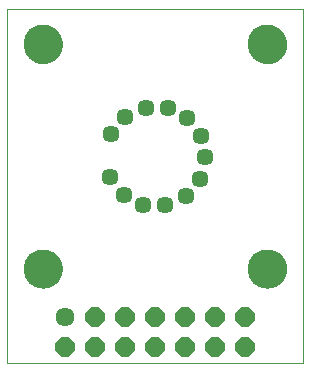
<source format=gts>
G75*
%MOIN*%
%OFA0B0*%
%FSLAX25Y25*%
%IPPOS*%
%LPD*%
%AMOC8*
5,1,8,0,0,1.08239X$1,22.5*
%
%ADD10C,0.00000*%
%ADD11C,0.12998*%
%ADD12C,0.06337*%
%ADD13OC8,0.06337*%
%ADD14C,0.05707*%
D10*
X0001000Y0010264D02*
X0001000Y0128374D01*
X0099425Y0128374D01*
X0099425Y0010264D01*
X0001000Y0010264D01*
X0006512Y0041760D02*
X0006514Y0041918D01*
X0006520Y0042076D01*
X0006530Y0042234D01*
X0006544Y0042392D01*
X0006562Y0042549D01*
X0006583Y0042706D01*
X0006609Y0042862D01*
X0006639Y0043018D01*
X0006672Y0043173D01*
X0006710Y0043326D01*
X0006751Y0043479D01*
X0006796Y0043631D01*
X0006845Y0043782D01*
X0006898Y0043931D01*
X0006954Y0044079D01*
X0007014Y0044225D01*
X0007078Y0044370D01*
X0007146Y0044513D01*
X0007217Y0044655D01*
X0007291Y0044795D01*
X0007369Y0044932D01*
X0007451Y0045068D01*
X0007535Y0045202D01*
X0007624Y0045333D01*
X0007715Y0045462D01*
X0007810Y0045589D01*
X0007907Y0045714D01*
X0008008Y0045836D01*
X0008112Y0045955D01*
X0008219Y0046072D01*
X0008329Y0046186D01*
X0008442Y0046297D01*
X0008557Y0046406D01*
X0008675Y0046511D01*
X0008796Y0046613D01*
X0008919Y0046713D01*
X0009045Y0046809D01*
X0009173Y0046902D01*
X0009303Y0046992D01*
X0009436Y0047078D01*
X0009571Y0047162D01*
X0009707Y0047241D01*
X0009846Y0047318D01*
X0009987Y0047390D01*
X0010129Y0047460D01*
X0010273Y0047525D01*
X0010419Y0047587D01*
X0010566Y0047645D01*
X0010715Y0047700D01*
X0010865Y0047751D01*
X0011016Y0047798D01*
X0011168Y0047841D01*
X0011321Y0047880D01*
X0011476Y0047916D01*
X0011631Y0047947D01*
X0011787Y0047975D01*
X0011943Y0047999D01*
X0012100Y0048019D01*
X0012258Y0048035D01*
X0012415Y0048047D01*
X0012574Y0048055D01*
X0012732Y0048059D01*
X0012890Y0048059D01*
X0013048Y0048055D01*
X0013207Y0048047D01*
X0013364Y0048035D01*
X0013522Y0048019D01*
X0013679Y0047999D01*
X0013835Y0047975D01*
X0013991Y0047947D01*
X0014146Y0047916D01*
X0014301Y0047880D01*
X0014454Y0047841D01*
X0014606Y0047798D01*
X0014757Y0047751D01*
X0014907Y0047700D01*
X0015056Y0047645D01*
X0015203Y0047587D01*
X0015349Y0047525D01*
X0015493Y0047460D01*
X0015635Y0047390D01*
X0015776Y0047318D01*
X0015915Y0047241D01*
X0016051Y0047162D01*
X0016186Y0047078D01*
X0016319Y0046992D01*
X0016449Y0046902D01*
X0016577Y0046809D01*
X0016703Y0046713D01*
X0016826Y0046613D01*
X0016947Y0046511D01*
X0017065Y0046406D01*
X0017180Y0046297D01*
X0017293Y0046186D01*
X0017403Y0046072D01*
X0017510Y0045955D01*
X0017614Y0045836D01*
X0017715Y0045714D01*
X0017812Y0045589D01*
X0017907Y0045462D01*
X0017998Y0045333D01*
X0018087Y0045202D01*
X0018171Y0045068D01*
X0018253Y0044932D01*
X0018331Y0044795D01*
X0018405Y0044655D01*
X0018476Y0044513D01*
X0018544Y0044370D01*
X0018608Y0044225D01*
X0018668Y0044079D01*
X0018724Y0043931D01*
X0018777Y0043782D01*
X0018826Y0043631D01*
X0018871Y0043479D01*
X0018912Y0043326D01*
X0018950Y0043173D01*
X0018983Y0043018D01*
X0019013Y0042862D01*
X0019039Y0042706D01*
X0019060Y0042549D01*
X0019078Y0042392D01*
X0019092Y0042234D01*
X0019102Y0042076D01*
X0019108Y0041918D01*
X0019110Y0041760D01*
X0019108Y0041602D01*
X0019102Y0041444D01*
X0019092Y0041286D01*
X0019078Y0041128D01*
X0019060Y0040971D01*
X0019039Y0040814D01*
X0019013Y0040658D01*
X0018983Y0040502D01*
X0018950Y0040347D01*
X0018912Y0040194D01*
X0018871Y0040041D01*
X0018826Y0039889D01*
X0018777Y0039738D01*
X0018724Y0039589D01*
X0018668Y0039441D01*
X0018608Y0039295D01*
X0018544Y0039150D01*
X0018476Y0039007D01*
X0018405Y0038865D01*
X0018331Y0038725D01*
X0018253Y0038588D01*
X0018171Y0038452D01*
X0018087Y0038318D01*
X0017998Y0038187D01*
X0017907Y0038058D01*
X0017812Y0037931D01*
X0017715Y0037806D01*
X0017614Y0037684D01*
X0017510Y0037565D01*
X0017403Y0037448D01*
X0017293Y0037334D01*
X0017180Y0037223D01*
X0017065Y0037114D01*
X0016947Y0037009D01*
X0016826Y0036907D01*
X0016703Y0036807D01*
X0016577Y0036711D01*
X0016449Y0036618D01*
X0016319Y0036528D01*
X0016186Y0036442D01*
X0016051Y0036358D01*
X0015915Y0036279D01*
X0015776Y0036202D01*
X0015635Y0036130D01*
X0015493Y0036060D01*
X0015349Y0035995D01*
X0015203Y0035933D01*
X0015056Y0035875D01*
X0014907Y0035820D01*
X0014757Y0035769D01*
X0014606Y0035722D01*
X0014454Y0035679D01*
X0014301Y0035640D01*
X0014146Y0035604D01*
X0013991Y0035573D01*
X0013835Y0035545D01*
X0013679Y0035521D01*
X0013522Y0035501D01*
X0013364Y0035485D01*
X0013207Y0035473D01*
X0013048Y0035465D01*
X0012890Y0035461D01*
X0012732Y0035461D01*
X0012574Y0035465D01*
X0012415Y0035473D01*
X0012258Y0035485D01*
X0012100Y0035501D01*
X0011943Y0035521D01*
X0011787Y0035545D01*
X0011631Y0035573D01*
X0011476Y0035604D01*
X0011321Y0035640D01*
X0011168Y0035679D01*
X0011016Y0035722D01*
X0010865Y0035769D01*
X0010715Y0035820D01*
X0010566Y0035875D01*
X0010419Y0035933D01*
X0010273Y0035995D01*
X0010129Y0036060D01*
X0009987Y0036130D01*
X0009846Y0036202D01*
X0009707Y0036279D01*
X0009571Y0036358D01*
X0009436Y0036442D01*
X0009303Y0036528D01*
X0009173Y0036618D01*
X0009045Y0036711D01*
X0008919Y0036807D01*
X0008796Y0036907D01*
X0008675Y0037009D01*
X0008557Y0037114D01*
X0008442Y0037223D01*
X0008329Y0037334D01*
X0008219Y0037448D01*
X0008112Y0037565D01*
X0008008Y0037684D01*
X0007907Y0037806D01*
X0007810Y0037931D01*
X0007715Y0038058D01*
X0007624Y0038187D01*
X0007535Y0038318D01*
X0007451Y0038452D01*
X0007369Y0038588D01*
X0007291Y0038725D01*
X0007217Y0038865D01*
X0007146Y0039007D01*
X0007078Y0039150D01*
X0007014Y0039295D01*
X0006954Y0039441D01*
X0006898Y0039589D01*
X0006845Y0039738D01*
X0006796Y0039889D01*
X0006751Y0040041D01*
X0006710Y0040194D01*
X0006672Y0040347D01*
X0006639Y0040502D01*
X0006609Y0040658D01*
X0006583Y0040814D01*
X0006562Y0040971D01*
X0006544Y0041128D01*
X0006530Y0041286D01*
X0006520Y0041444D01*
X0006514Y0041602D01*
X0006512Y0041760D01*
X0006512Y0116563D02*
X0006514Y0116721D01*
X0006520Y0116879D01*
X0006530Y0117037D01*
X0006544Y0117195D01*
X0006562Y0117352D01*
X0006583Y0117509D01*
X0006609Y0117665D01*
X0006639Y0117821D01*
X0006672Y0117976D01*
X0006710Y0118129D01*
X0006751Y0118282D01*
X0006796Y0118434D01*
X0006845Y0118585D01*
X0006898Y0118734D01*
X0006954Y0118882D01*
X0007014Y0119028D01*
X0007078Y0119173D01*
X0007146Y0119316D01*
X0007217Y0119458D01*
X0007291Y0119598D01*
X0007369Y0119735D01*
X0007451Y0119871D01*
X0007535Y0120005D01*
X0007624Y0120136D01*
X0007715Y0120265D01*
X0007810Y0120392D01*
X0007907Y0120517D01*
X0008008Y0120639D01*
X0008112Y0120758D01*
X0008219Y0120875D01*
X0008329Y0120989D01*
X0008442Y0121100D01*
X0008557Y0121209D01*
X0008675Y0121314D01*
X0008796Y0121416D01*
X0008919Y0121516D01*
X0009045Y0121612D01*
X0009173Y0121705D01*
X0009303Y0121795D01*
X0009436Y0121881D01*
X0009571Y0121965D01*
X0009707Y0122044D01*
X0009846Y0122121D01*
X0009987Y0122193D01*
X0010129Y0122263D01*
X0010273Y0122328D01*
X0010419Y0122390D01*
X0010566Y0122448D01*
X0010715Y0122503D01*
X0010865Y0122554D01*
X0011016Y0122601D01*
X0011168Y0122644D01*
X0011321Y0122683D01*
X0011476Y0122719D01*
X0011631Y0122750D01*
X0011787Y0122778D01*
X0011943Y0122802D01*
X0012100Y0122822D01*
X0012258Y0122838D01*
X0012415Y0122850D01*
X0012574Y0122858D01*
X0012732Y0122862D01*
X0012890Y0122862D01*
X0013048Y0122858D01*
X0013207Y0122850D01*
X0013364Y0122838D01*
X0013522Y0122822D01*
X0013679Y0122802D01*
X0013835Y0122778D01*
X0013991Y0122750D01*
X0014146Y0122719D01*
X0014301Y0122683D01*
X0014454Y0122644D01*
X0014606Y0122601D01*
X0014757Y0122554D01*
X0014907Y0122503D01*
X0015056Y0122448D01*
X0015203Y0122390D01*
X0015349Y0122328D01*
X0015493Y0122263D01*
X0015635Y0122193D01*
X0015776Y0122121D01*
X0015915Y0122044D01*
X0016051Y0121965D01*
X0016186Y0121881D01*
X0016319Y0121795D01*
X0016449Y0121705D01*
X0016577Y0121612D01*
X0016703Y0121516D01*
X0016826Y0121416D01*
X0016947Y0121314D01*
X0017065Y0121209D01*
X0017180Y0121100D01*
X0017293Y0120989D01*
X0017403Y0120875D01*
X0017510Y0120758D01*
X0017614Y0120639D01*
X0017715Y0120517D01*
X0017812Y0120392D01*
X0017907Y0120265D01*
X0017998Y0120136D01*
X0018087Y0120005D01*
X0018171Y0119871D01*
X0018253Y0119735D01*
X0018331Y0119598D01*
X0018405Y0119458D01*
X0018476Y0119316D01*
X0018544Y0119173D01*
X0018608Y0119028D01*
X0018668Y0118882D01*
X0018724Y0118734D01*
X0018777Y0118585D01*
X0018826Y0118434D01*
X0018871Y0118282D01*
X0018912Y0118129D01*
X0018950Y0117976D01*
X0018983Y0117821D01*
X0019013Y0117665D01*
X0019039Y0117509D01*
X0019060Y0117352D01*
X0019078Y0117195D01*
X0019092Y0117037D01*
X0019102Y0116879D01*
X0019108Y0116721D01*
X0019110Y0116563D01*
X0019108Y0116405D01*
X0019102Y0116247D01*
X0019092Y0116089D01*
X0019078Y0115931D01*
X0019060Y0115774D01*
X0019039Y0115617D01*
X0019013Y0115461D01*
X0018983Y0115305D01*
X0018950Y0115150D01*
X0018912Y0114997D01*
X0018871Y0114844D01*
X0018826Y0114692D01*
X0018777Y0114541D01*
X0018724Y0114392D01*
X0018668Y0114244D01*
X0018608Y0114098D01*
X0018544Y0113953D01*
X0018476Y0113810D01*
X0018405Y0113668D01*
X0018331Y0113528D01*
X0018253Y0113391D01*
X0018171Y0113255D01*
X0018087Y0113121D01*
X0017998Y0112990D01*
X0017907Y0112861D01*
X0017812Y0112734D01*
X0017715Y0112609D01*
X0017614Y0112487D01*
X0017510Y0112368D01*
X0017403Y0112251D01*
X0017293Y0112137D01*
X0017180Y0112026D01*
X0017065Y0111917D01*
X0016947Y0111812D01*
X0016826Y0111710D01*
X0016703Y0111610D01*
X0016577Y0111514D01*
X0016449Y0111421D01*
X0016319Y0111331D01*
X0016186Y0111245D01*
X0016051Y0111161D01*
X0015915Y0111082D01*
X0015776Y0111005D01*
X0015635Y0110933D01*
X0015493Y0110863D01*
X0015349Y0110798D01*
X0015203Y0110736D01*
X0015056Y0110678D01*
X0014907Y0110623D01*
X0014757Y0110572D01*
X0014606Y0110525D01*
X0014454Y0110482D01*
X0014301Y0110443D01*
X0014146Y0110407D01*
X0013991Y0110376D01*
X0013835Y0110348D01*
X0013679Y0110324D01*
X0013522Y0110304D01*
X0013364Y0110288D01*
X0013207Y0110276D01*
X0013048Y0110268D01*
X0012890Y0110264D01*
X0012732Y0110264D01*
X0012574Y0110268D01*
X0012415Y0110276D01*
X0012258Y0110288D01*
X0012100Y0110304D01*
X0011943Y0110324D01*
X0011787Y0110348D01*
X0011631Y0110376D01*
X0011476Y0110407D01*
X0011321Y0110443D01*
X0011168Y0110482D01*
X0011016Y0110525D01*
X0010865Y0110572D01*
X0010715Y0110623D01*
X0010566Y0110678D01*
X0010419Y0110736D01*
X0010273Y0110798D01*
X0010129Y0110863D01*
X0009987Y0110933D01*
X0009846Y0111005D01*
X0009707Y0111082D01*
X0009571Y0111161D01*
X0009436Y0111245D01*
X0009303Y0111331D01*
X0009173Y0111421D01*
X0009045Y0111514D01*
X0008919Y0111610D01*
X0008796Y0111710D01*
X0008675Y0111812D01*
X0008557Y0111917D01*
X0008442Y0112026D01*
X0008329Y0112137D01*
X0008219Y0112251D01*
X0008112Y0112368D01*
X0008008Y0112487D01*
X0007907Y0112609D01*
X0007810Y0112734D01*
X0007715Y0112861D01*
X0007624Y0112990D01*
X0007535Y0113121D01*
X0007451Y0113255D01*
X0007369Y0113391D01*
X0007291Y0113528D01*
X0007217Y0113668D01*
X0007146Y0113810D01*
X0007078Y0113953D01*
X0007014Y0114098D01*
X0006954Y0114244D01*
X0006898Y0114392D01*
X0006845Y0114541D01*
X0006796Y0114692D01*
X0006751Y0114844D01*
X0006710Y0114997D01*
X0006672Y0115150D01*
X0006639Y0115305D01*
X0006609Y0115461D01*
X0006583Y0115617D01*
X0006562Y0115774D01*
X0006544Y0115931D01*
X0006530Y0116089D01*
X0006520Y0116247D01*
X0006514Y0116405D01*
X0006512Y0116563D01*
X0081315Y0116563D02*
X0081317Y0116721D01*
X0081323Y0116879D01*
X0081333Y0117037D01*
X0081347Y0117195D01*
X0081365Y0117352D01*
X0081386Y0117509D01*
X0081412Y0117665D01*
X0081442Y0117821D01*
X0081475Y0117976D01*
X0081513Y0118129D01*
X0081554Y0118282D01*
X0081599Y0118434D01*
X0081648Y0118585D01*
X0081701Y0118734D01*
X0081757Y0118882D01*
X0081817Y0119028D01*
X0081881Y0119173D01*
X0081949Y0119316D01*
X0082020Y0119458D01*
X0082094Y0119598D01*
X0082172Y0119735D01*
X0082254Y0119871D01*
X0082338Y0120005D01*
X0082427Y0120136D01*
X0082518Y0120265D01*
X0082613Y0120392D01*
X0082710Y0120517D01*
X0082811Y0120639D01*
X0082915Y0120758D01*
X0083022Y0120875D01*
X0083132Y0120989D01*
X0083245Y0121100D01*
X0083360Y0121209D01*
X0083478Y0121314D01*
X0083599Y0121416D01*
X0083722Y0121516D01*
X0083848Y0121612D01*
X0083976Y0121705D01*
X0084106Y0121795D01*
X0084239Y0121881D01*
X0084374Y0121965D01*
X0084510Y0122044D01*
X0084649Y0122121D01*
X0084790Y0122193D01*
X0084932Y0122263D01*
X0085076Y0122328D01*
X0085222Y0122390D01*
X0085369Y0122448D01*
X0085518Y0122503D01*
X0085668Y0122554D01*
X0085819Y0122601D01*
X0085971Y0122644D01*
X0086124Y0122683D01*
X0086279Y0122719D01*
X0086434Y0122750D01*
X0086590Y0122778D01*
X0086746Y0122802D01*
X0086903Y0122822D01*
X0087061Y0122838D01*
X0087218Y0122850D01*
X0087377Y0122858D01*
X0087535Y0122862D01*
X0087693Y0122862D01*
X0087851Y0122858D01*
X0088010Y0122850D01*
X0088167Y0122838D01*
X0088325Y0122822D01*
X0088482Y0122802D01*
X0088638Y0122778D01*
X0088794Y0122750D01*
X0088949Y0122719D01*
X0089104Y0122683D01*
X0089257Y0122644D01*
X0089409Y0122601D01*
X0089560Y0122554D01*
X0089710Y0122503D01*
X0089859Y0122448D01*
X0090006Y0122390D01*
X0090152Y0122328D01*
X0090296Y0122263D01*
X0090438Y0122193D01*
X0090579Y0122121D01*
X0090718Y0122044D01*
X0090854Y0121965D01*
X0090989Y0121881D01*
X0091122Y0121795D01*
X0091252Y0121705D01*
X0091380Y0121612D01*
X0091506Y0121516D01*
X0091629Y0121416D01*
X0091750Y0121314D01*
X0091868Y0121209D01*
X0091983Y0121100D01*
X0092096Y0120989D01*
X0092206Y0120875D01*
X0092313Y0120758D01*
X0092417Y0120639D01*
X0092518Y0120517D01*
X0092615Y0120392D01*
X0092710Y0120265D01*
X0092801Y0120136D01*
X0092890Y0120005D01*
X0092974Y0119871D01*
X0093056Y0119735D01*
X0093134Y0119598D01*
X0093208Y0119458D01*
X0093279Y0119316D01*
X0093347Y0119173D01*
X0093411Y0119028D01*
X0093471Y0118882D01*
X0093527Y0118734D01*
X0093580Y0118585D01*
X0093629Y0118434D01*
X0093674Y0118282D01*
X0093715Y0118129D01*
X0093753Y0117976D01*
X0093786Y0117821D01*
X0093816Y0117665D01*
X0093842Y0117509D01*
X0093863Y0117352D01*
X0093881Y0117195D01*
X0093895Y0117037D01*
X0093905Y0116879D01*
X0093911Y0116721D01*
X0093913Y0116563D01*
X0093911Y0116405D01*
X0093905Y0116247D01*
X0093895Y0116089D01*
X0093881Y0115931D01*
X0093863Y0115774D01*
X0093842Y0115617D01*
X0093816Y0115461D01*
X0093786Y0115305D01*
X0093753Y0115150D01*
X0093715Y0114997D01*
X0093674Y0114844D01*
X0093629Y0114692D01*
X0093580Y0114541D01*
X0093527Y0114392D01*
X0093471Y0114244D01*
X0093411Y0114098D01*
X0093347Y0113953D01*
X0093279Y0113810D01*
X0093208Y0113668D01*
X0093134Y0113528D01*
X0093056Y0113391D01*
X0092974Y0113255D01*
X0092890Y0113121D01*
X0092801Y0112990D01*
X0092710Y0112861D01*
X0092615Y0112734D01*
X0092518Y0112609D01*
X0092417Y0112487D01*
X0092313Y0112368D01*
X0092206Y0112251D01*
X0092096Y0112137D01*
X0091983Y0112026D01*
X0091868Y0111917D01*
X0091750Y0111812D01*
X0091629Y0111710D01*
X0091506Y0111610D01*
X0091380Y0111514D01*
X0091252Y0111421D01*
X0091122Y0111331D01*
X0090989Y0111245D01*
X0090854Y0111161D01*
X0090718Y0111082D01*
X0090579Y0111005D01*
X0090438Y0110933D01*
X0090296Y0110863D01*
X0090152Y0110798D01*
X0090006Y0110736D01*
X0089859Y0110678D01*
X0089710Y0110623D01*
X0089560Y0110572D01*
X0089409Y0110525D01*
X0089257Y0110482D01*
X0089104Y0110443D01*
X0088949Y0110407D01*
X0088794Y0110376D01*
X0088638Y0110348D01*
X0088482Y0110324D01*
X0088325Y0110304D01*
X0088167Y0110288D01*
X0088010Y0110276D01*
X0087851Y0110268D01*
X0087693Y0110264D01*
X0087535Y0110264D01*
X0087377Y0110268D01*
X0087218Y0110276D01*
X0087061Y0110288D01*
X0086903Y0110304D01*
X0086746Y0110324D01*
X0086590Y0110348D01*
X0086434Y0110376D01*
X0086279Y0110407D01*
X0086124Y0110443D01*
X0085971Y0110482D01*
X0085819Y0110525D01*
X0085668Y0110572D01*
X0085518Y0110623D01*
X0085369Y0110678D01*
X0085222Y0110736D01*
X0085076Y0110798D01*
X0084932Y0110863D01*
X0084790Y0110933D01*
X0084649Y0111005D01*
X0084510Y0111082D01*
X0084374Y0111161D01*
X0084239Y0111245D01*
X0084106Y0111331D01*
X0083976Y0111421D01*
X0083848Y0111514D01*
X0083722Y0111610D01*
X0083599Y0111710D01*
X0083478Y0111812D01*
X0083360Y0111917D01*
X0083245Y0112026D01*
X0083132Y0112137D01*
X0083022Y0112251D01*
X0082915Y0112368D01*
X0082811Y0112487D01*
X0082710Y0112609D01*
X0082613Y0112734D01*
X0082518Y0112861D01*
X0082427Y0112990D01*
X0082338Y0113121D01*
X0082254Y0113255D01*
X0082172Y0113391D01*
X0082094Y0113528D01*
X0082020Y0113668D01*
X0081949Y0113810D01*
X0081881Y0113953D01*
X0081817Y0114098D01*
X0081757Y0114244D01*
X0081701Y0114392D01*
X0081648Y0114541D01*
X0081599Y0114692D01*
X0081554Y0114844D01*
X0081513Y0114997D01*
X0081475Y0115150D01*
X0081442Y0115305D01*
X0081412Y0115461D01*
X0081386Y0115617D01*
X0081365Y0115774D01*
X0081347Y0115931D01*
X0081333Y0116089D01*
X0081323Y0116247D01*
X0081317Y0116405D01*
X0081315Y0116563D01*
X0081315Y0041760D02*
X0081317Y0041918D01*
X0081323Y0042076D01*
X0081333Y0042234D01*
X0081347Y0042392D01*
X0081365Y0042549D01*
X0081386Y0042706D01*
X0081412Y0042862D01*
X0081442Y0043018D01*
X0081475Y0043173D01*
X0081513Y0043326D01*
X0081554Y0043479D01*
X0081599Y0043631D01*
X0081648Y0043782D01*
X0081701Y0043931D01*
X0081757Y0044079D01*
X0081817Y0044225D01*
X0081881Y0044370D01*
X0081949Y0044513D01*
X0082020Y0044655D01*
X0082094Y0044795D01*
X0082172Y0044932D01*
X0082254Y0045068D01*
X0082338Y0045202D01*
X0082427Y0045333D01*
X0082518Y0045462D01*
X0082613Y0045589D01*
X0082710Y0045714D01*
X0082811Y0045836D01*
X0082915Y0045955D01*
X0083022Y0046072D01*
X0083132Y0046186D01*
X0083245Y0046297D01*
X0083360Y0046406D01*
X0083478Y0046511D01*
X0083599Y0046613D01*
X0083722Y0046713D01*
X0083848Y0046809D01*
X0083976Y0046902D01*
X0084106Y0046992D01*
X0084239Y0047078D01*
X0084374Y0047162D01*
X0084510Y0047241D01*
X0084649Y0047318D01*
X0084790Y0047390D01*
X0084932Y0047460D01*
X0085076Y0047525D01*
X0085222Y0047587D01*
X0085369Y0047645D01*
X0085518Y0047700D01*
X0085668Y0047751D01*
X0085819Y0047798D01*
X0085971Y0047841D01*
X0086124Y0047880D01*
X0086279Y0047916D01*
X0086434Y0047947D01*
X0086590Y0047975D01*
X0086746Y0047999D01*
X0086903Y0048019D01*
X0087061Y0048035D01*
X0087218Y0048047D01*
X0087377Y0048055D01*
X0087535Y0048059D01*
X0087693Y0048059D01*
X0087851Y0048055D01*
X0088010Y0048047D01*
X0088167Y0048035D01*
X0088325Y0048019D01*
X0088482Y0047999D01*
X0088638Y0047975D01*
X0088794Y0047947D01*
X0088949Y0047916D01*
X0089104Y0047880D01*
X0089257Y0047841D01*
X0089409Y0047798D01*
X0089560Y0047751D01*
X0089710Y0047700D01*
X0089859Y0047645D01*
X0090006Y0047587D01*
X0090152Y0047525D01*
X0090296Y0047460D01*
X0090438Y0047390D01*
X0090579Y0047318D01*
X0090718Y0047241D01*
X0090854Y0047162D01*
X0090989Y0047078D01*
X0091122Y0046992D01*
X0091252Y0046902D01*
X0091380Y0046809D01*
X0091506Y0046713D01*
X0091629Y0046613D01*
X0091750Y0046511D01*
X0091868Y0046406D01*
X0091983Y0046297D01*
X0092096Y0046186D01*
X0092206Y0046072D01*
X0092313Y0045955D01*
X0092417Y0045836D01*
X0092518Y0045714D01*
X0092615Y0045589D01*
X0092710Y0045462D01*
X0092801Y0045333D01*
X0092890Y0045202D01*
X0092974Y0045068D01*
X0093056Y0044932D01*
X0093134Y0044795D01*
X0093208Y0044655D01*
X0093279Y0044513D01*
X0093347Y0044370D01*
X0093411Y0044225D01*
X0093471Y0044079D01*
X0093527Y0043931D01*
X0093580Y0043782D01*
X0093629Y0043631D01*
X0093674Y0043479D01*
X0093715Y0043326D01*
X0093753Y0043173D01*
X0093786Y0043018D01*
X0093816Y0042862D01*
X0093842Y0042706D01*
X0093863Y0042549D01*
X0093881Y0042392D01*
X0093895Y0042234D01*
X0093905Y0042076D01*
X0093911Y0041918D01*
X0093913Y0041760D01*
X0093911Y0041602D01*
X0093905Y0041444D01*
X0093895Y0041286D01*
X0093881Y0041128D01*
X0093863Y0040971D01*
X0093842Y0040814D01*
X0093816Y0040658D01*
X0093786Y0040502D01*
X0093753Y0040347D01*
X0093715Y0040194D01*
X0093674Y0040041D01*
X0093629Y0039889D01*
X0093580Y0039738D01*
X0093527Y0039589D01*
X0093471Y0039441D01*
X0093411Y0039295D01*
X0093347Y0039150D01*
X0093279Y0039007D01*
X0093208Y0038865D01*
X0093134Y0038725D01*
X0093056Y0038588D01*
X0092974Y0038452D01*
X0092890Y0038318D01*
X0092801Y0038187D01*
X0092710Y0038058D01*
X0092615Y0037931D01*
X0092518Y0037806D01*
X0092417Y0037684D01*
X0092313Y0037565D01*
X0092206Y0037448D01*
X0092096Y0037334D01*
X0091983Y0037223D01*
X0091868Y0037114D01*
X0091750Y0037009D01*
X0091629Y0036907D01*
X0091506Y0036807D01*
X0091380Y0036711D01*
X0091252Y0036618D01*
X0091122Y0036528D01*
X0090989Y0036442D01*
X0090854Y0036358D01*
X0090718Y0036279D01*
X0090579Y0036202D01*
X0090438Y0036130D01*
X0090296Y0036060D01*
X0090152Y0035995D01*
X0090006Y0035933D01*
X0089859Y0035875D01*
X0089710Y0035820D01*
X0089560Y0035769D01*
X0089409Y0035722D01*
X0089257Y0035679D01*
X0089104Y0035640D01*
X0088949Y0035604D01*
X0088794Y0035573D01*
X0088638Y0035545D01*
X0088482Y0035521D01*
X0088325Y0035501D01*
X0088167Y0035485D01*
X0088010Y0035473D01*
X0087851Y0035465D01*
X0087693Y0035461D01*
X0087535Y0035461D01*
X0087377Y0035465D01*
X0087218Y0035473D01*
X0087061Y0035485D01*
X0086903Y0035501D01*
X0086746Y0035521D01*
X0086590Y0035545D01*
X0086434Y0035573D01*
X0086279Y0035604D01*
X0086124Y0035640D01*
X0085971Y0035679D01*
X0085819Y0035722D01*
X0085668Y0035769D01*
X0085518Y0035820D01*
X0085369Y0035875D01*
X0085222Y0035933D01*
X0085076Y0035995D01*
X0084932Y0036060D01*
X0084790Y0036130D01*
X0084649Y0036202D01*
X0084510Y0036279D01*
X0084374Y0036358D01*
X0084239Y0036442D01*
X0084106Y0036528D01*
X0083976Y0036618D01*
X0083848Y0036711D01*
X0083722Y0036807D01*
X0083599Y0036907D01*
X0083478Y0037009D01*
X0083360Y0037114D01*
X0083245Y0037223D01*
X0083132Y0037334D01*
X0083022Y0037448D01*
X0082915Y0037565D01*
X0082811Y0037684D01*
X0082710Y0037806D01*
X0082613Y0037931D01*
X0082518Y0038058D01*
X0082427Y0038187D01*
X0082338Y0038318D01*
X0082254Y0038452D01*
X0082172Y0038588D01*
X0082094Y0038725D01*
X0082020Y0038865D01*
X0081949Y0039007D01*
X0081881Y0039150D01*
X0081817Y0039295D01*
X0081757Y0039441D01*
X0081701Y0039589D01*
X0081648Y0039738D01*
X0081599Y0039889D01*
X0081554Y0040041D01*
X0081513Y0040194D01*
X0081475Y0040347D01*
X0081442Y0040502D01*
X0081412Y0040658D01*
X0081386Y0040814D01*
X0081365Y0040971D01*
X0081347Y0041128D01*
X0081333Y0041286D01*
X0081323Y0041444D01*
X0081317Y0041602D01*
X0081315Y0041760D01*
D11*
X0087614Y0041760D03*
X0087614Y0116563D03*
X0012811Y0116563D03*
X0012811Y0041760D03*
D12*
X0020213Y0025500D03*
D13*
X0020213Y0015500D03*
X0030213Y0015500D03*
X0030213Y0025500D03*
X0040213Y0025500D03*
X0040213Y0015500D03*
X0050213Y0015500D03*
X0050213Y0025500D03*
X0060213Y0025500D03*
X0060213Y0015500D03*
X0070213Y0015500D03*
X0070213Y0025500D03*
X0080213Y0025500D03*
X0080213Y0015500D03*
D14*
X0053702Y0062965D03*
X0046336Y0063130D03*
X0039770Y0066475D03*
X0035307Y0072337D03*
X0035630Y0086701D03*
X0040352Y0092357D03*
X0047060Y0095404D03*
X0054426Y0095239D03*
X0060992Y0091894D03*
X0065455Y0086031D03*
X0066933Y0078813D03*
X0065133Y0071668D03*
X0060411Y0066012D03*
M02*

</source>
